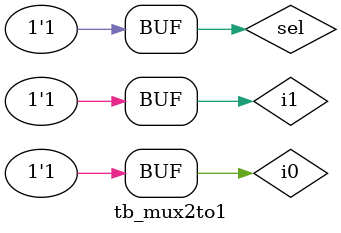
<source format=v>
`timescale 1ns / 1ps

module tb_mux2to1();
    reg i0,i1,sel;
    wire o;
    
    mux2to1_top uut(.i0(i0),.i1(i1),.sel(sel),.o(o));
    initial begin
    i0=0;i1=0;sel=0;
    #2 i0=0;i1=0;sel=1;
    #2 i0=0;i1=1;sel=0;
    #2 i0=0;i1=1;sel=1;
    #2 i0=1;i1=0;sel=0;
    #2 i0=1;i1=0;sel=1;
    #2 i0=1;i1=1;sel=0;
    #2 i0=1;i1=1;sel=1;
    
    end
    
endmodule

</source>
